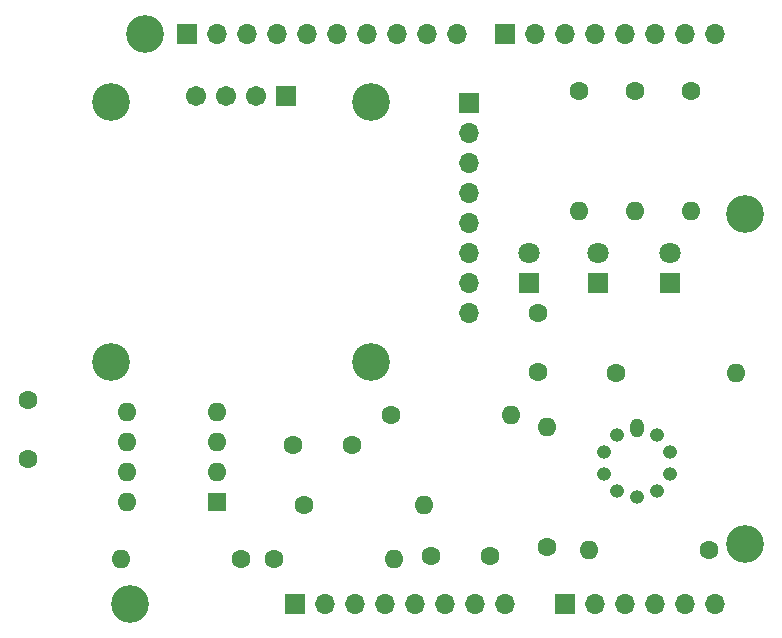
<source format=gbr>
%TF.GenerationSoftware,KiCad,Pcbnew,7.0.8*%
%TF.CreationDate,2025-01-06T14:28:22+01:00*%
%TF.ProjectId,Arduino_UNO,41726475-696e-46f5-9f55-4e4f2e6b6963,rev?*%
%TF.SameCoordinates,Original*%
%TF.FileFunction,Soldermask,Bot*%
%TF.FilePolarity,Negative*%
%FSLAX46Y46*%
G04 Gerber Fmt 4.6, Leading zero omitted, Abs format (unit mm)*
G04 Created by KiCad (PCBNEW 7.0.8) date 2025-01-06 14:28:22*
%MOMM*%
%LPD*%
G01*
G04 APERTURE LIST*
G04 Aperture macros list*
%AMRoundRect*
0 Rectangle with rounded corners*
0 $1 Rounding radius*
0 $2 $3 $4 $5 $6 $7 $8 $9 X,Y pos of 4 corners*
0 Add a 4 corners polygon primitive as box body*
4,1,4,$2,$3,$4,$5,$6,$7,$8,$9,$2,$3,0*
0 Add four circle primitives for the rounded corners*
1,1,$1+$1,$2,$3*
1,1,$1+$1,$4,$5*
1,1,$1+$1,$6,$7*
1,1,$1+$1,$8,$9*
0 Add four rect primitives between the rounded corners*
20,1,$1+$1,$2,$3,$4,$5,0*
20,1,$1+$1,$4,$5,$6,$7,0*
20,1,$1+$1,$6,$7,$8,$9,0*
20,1,$1+$1,$8,$9,$2,$3,0*%
G04 Aperture macros list end*
%ADD10R,1.700000X1.700000*%
%ADD11O,1.700000X1.700000*%
%ADD12C,1.600000*%
%ADD13O,1.600000X1.600000*%
%ADD14R,1.600000X1.600000*%
%ADD15C,1.800000*%
%ADD16R,1.800000X1.800000*%
%ADD17C,3.200000*%
%ADD18O,1.200000X1.600000*%
%ADD19O,1.200000X1.200000*%
%ADD20RoundRect,0.102000X0.754000X0.754000X-0.754000X0.754000X-0.754000X-0.754000X0.754000X-0.754000X0*%
%ADD21C,1.712000*%
%ADD22C,3.204000*%
G04 APERTURE END LIST*
D10*
%TO.C,J1*%
X127940000Y-97460000D03*
D11*
X130480000Y-97460000D03*
X133020000Y-97460000D03*
X135560000Y-97460000D03*
X138100000Y-97460000D03*
X140640000Y-97460000D03*
X143180000Y-97460000D03*
X145720000Y-97460000D03*
%TD*%
D10*
%TO.C,J3*%
X150800000Y-97460000D03*
D11*
X153340000Y-97460000D03*
X155880000Y-97460000D03*
X158420000Y-97460000D03*
X160960000Y-97460000D03*
X163500000Y-97460000D03*
%TD*%
D10*
%TO.C,J2*%
X118796000Y-49200000D03*
D11*
X121336000Y-49200000D03*
X123876000Y-49200000D03*
X126416000Y-49200000D03*
X128956000Y-49200000D03*
X131496000Y-49200000D03*
X134036000Y-49200000D03*
X136576000Y-49200000D03*
X139116000Y-49200000D03*
X141656000Y-49200000D03*
%TD*%
D10*
%TO.C,J4*%
X145720000Y-49200000D03*
D11*
X148260000Y-49200000D03*
X150800000Y-49200000D03*
X153340000Y-49200000D03*
X155880000Y-49200000D03*
X158420000Y-49200000D03*
X160960000Y-49200000D03*
X163500000Y-49200000D03*
%TD*%
D12*
%TO.C,C2*%
X139450000Y-93396000D03*
X144450000Y-93396000D03*
%TD*%
%TO.C,R2*%
X123368000Y-93650000D03*
D13*
X113208000Y-93650000D03*
%TD*%
D12*
%TO.C,R7*%
X162992000Y-92888000D03*
D13*
X152832000Y-92888000D03*
%TD*%
D12*
%TO.C,R3*%
X128702000Y-89078000D03*
D13*
X138862000Y-89078000D03*
%TD*%
D14*
%TO.C,U1*%
X121326000Y-88814000D03*
D13*
X121326000Y-86274000D03*
X121326000Y-83734000D03*
X121326000Y-81194000D03*
X113706000Y-81194000D03*
X113706000Y-83734000D03*
X113706000Y-86274000D03*
X113706000Y-88814000D03*
%TD*%
D12*
%TO.C,C4*%
X127726000Y-83998000D03*
X132726000Y-83998000D03*
%TD*%
D15*
%TO.C,D3*%
X147752000Y-67747000D03*
D16*
X147752000Y-70287000D03*
%TD*%
D12*
%TO.C,R1*%
X136068000Y-81458000D03*
D13*
X146228000Y-81458000D03*
%TD*%
D12*
%TO.C,R9*%
X156718000Y-54026000D03*
D13*
X156718000Y-64186000D03*
%TD*%
D16*
%TO.C,D1*%
X159690000Y-70282000D03*
D15*
X159690000Y-67742000D03*
%TD*%
D17*
%TO.C,MH1*%
X115240000Y-49200000D03*
%TD*%
D12*
%TO.C,C3*%
X105334000Y-80228000D03*
X105334000Y-85228000D03*
%TD*%
%TO.C,R10*%
X151968000Y-54026000D03*
D13*
X151968000Y-64186000D03*
%TD*%
D16*
%TO.C,D2*%
X153594000Y-70287000D03*
D15*
X153594000Y-67747000D03*
%TD*%
D12*
%TO.C,R5*%
X155118000Y-77902000D03*
D13*
X165278000Y-77902000D03*
%TD*%
D17*
%TO.C,MH2*%
X113970000Y-97460000D03*
%TD*%
D12*
%TO.C,R4*%
X149276000Y-92634000D03*
D13*
X149276000Y-82474000D03*
%TD*%
D17*
%TO.C,MH3*%
X166040000Y-64440000D03*
%TD*%
D12*
%TO.C,C1*%
X148514000Y-77862000D03*
X148514000Y-72862000D03*
%TD*%
D17*
%TO.C,MH4*%
X166040000Y-92380000D03*
%TD*%
D12*
%TO.C,R6*%
X126162000Y-93650000D03*
D13*
X136322000Y-93650000D03*
%TD*%
D12*
%TO.C,R8*%
X161468000Y-54026000D03*
D13*
X161468000Y-64186000D03*
%TD*%
D18*
%TO.C,U3*%
X156896000Y-82607000D03*
D19*
X155179667Y-83164670D03*
X154118915Y-84624670D03*
X154118915Y-86429330D03*
X155179667Y-87889330D03*
X156896000Y-88447000D03*
X158612333Y-87889330D03*
X159673085Y-86429330D03*
X159673085Y-84624670D03*
X158612333Y-83164670D03*
%TD*%
D20*
%TO.C,U2*%
X127178000Y-54464000D03*
D21*
X124638000Y-54464000D03*
X122098000Y-54464000D03*
X119558000Y-54464000D03*
D22*
X134368000Y-54964000D03*
X112368000Y-54964000D03*
X112368000Y-76964000D03*
X134368000Y-76964000D03*
%TD*%
D10*
%TO.C,J5*%
X142672000Y-55042000D03*
D11*
X142672000Y-57582000D03*
X142672000Y-60122000D03*
X142672000Y-62662000D03*
X142672000Y-65202000D03*
X142672000Y-67742000D03*
X142672000Y-70282000D03*
X142672000Y-72822000D03*
%TD*%
M02*

</source>
